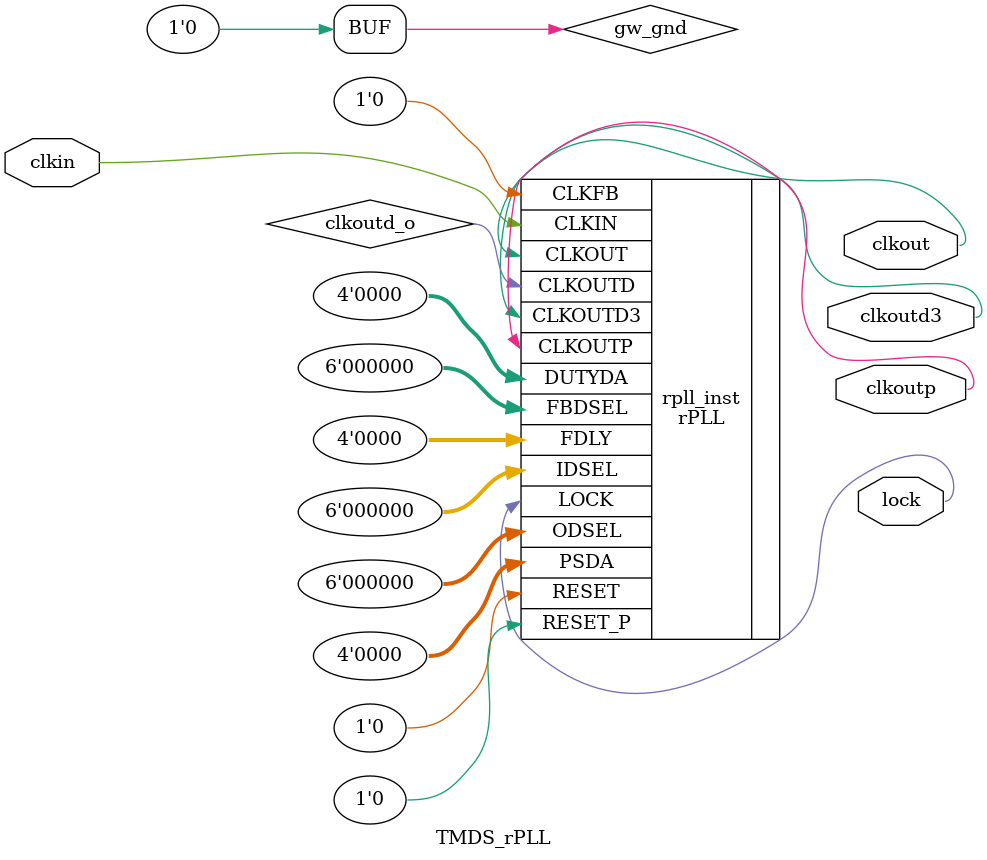
<source format=v>

module TMDS_rPLL (clkout, clkoutp, clkoutd3, lock, clkin);

output clkout;
output clkoutp;
output clkoutd3;
output lock;
input clkin;

wire clkoutp_o;
wire clkoutd_o;
wire clkoutd3_o;
wire gw_gnd;

assign gw_gnd = 1'b0;

rPLL rpll_inst (
    .CLKIN	(clkin),
    .RESET	(gw_gnd),
    .RESET_P	(gw_gnd),

    .CLKOUT	(clkout),
    .CLKOUTP	(clkoutp),
    .CLKOUTD	(clkoutd_o),
    .CLKOUTD3	(clkoutd3),
    .CLKFB	(gw_gnd),

    .LOCK	(lock),

    .FBDSEL	({gw_gnd,gw_gnd,gw_gnd,gw_gnd,gw_gnd,gw_gnd}),
    .IDSEL	({gw_gnd,gw_gnd,gw_gnd,gw_gnd,gw_gnd,gw_gnd}),
    .ODSEL	({gw_gnd,gw_gnd,gw_gnd,gw_gnd,gw_gnd,gw_gnd}),
    .PSDA	({gw_gnd,gw_gnd,gw_gnd,gw_gnd}),
    .DUTYDA	({gw_gnd,gw_gnd,gw_gnd,gw_gnd}),
    .FDLY	({gw_gnd,gw_gnd,gw_gnd,gw_gnd})
);

defparam rpll_inst.FCLKIN           = "27";
defparam rpll_inst.DYN_IDIV_SEL     = "false";
defparam rpll_inst.IDIV_SEL         = 0;
defparam rpll_inst.DYN_FBDIV_SEL    = "false";
defparam rpll_inst.FBDIV_SEL        = 11;
defparam rpll_inst.DYN_ODIV_SEL     = "false";
defparam rpll_inst.ODIV_SEL         = 2;
defparam rpll_inst.PSDA_SEL         = "0000";
defparam rpll_inst.DYN_DA_EN        = "true";
defparam rpll_inst.DUTYDA_SEL       = "1000";
defparam rpll_inst.CLKOUT_FT_DIR    = 1'b1;
defparam rpll_inst.CLKOUTP_FT_DIR   = 1'b1;
defparam rpll_inst.CLKOUT_DLY_STEP  = 0;
defparam rpll_inst.CLKOUTP_DLY_STEP = 0;
defparam rpll_inst.CLKFB_SEL        = "internal";
defparam rpll_inst.CLKOUT_BYPASS    = "false";
defparam rpll_inst.CLKOUTP_BYPASS   = "false";
defparam rpll_inst.CLKOUTD_BYPASS   = "false";
defparam rpll_inst.DYN_SDIV_SEL     = 2;
defparam rpll_inst.CLKOUTD_SRC      = "CLKOUT";
defparam rpll_inst.CLKOUTD3_SRC     = "CLKOUT";
defparam rpll_inst.DEVICE           = "GW2AR-18C";

endmodule //TMDS_rPLL

</source>
